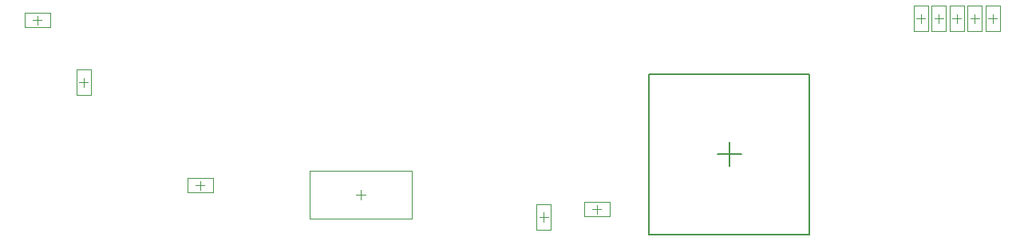
<source format=gbr>
%TF.GenerationSoftware,Altium Limited,Altium Designer,19.1.8 (144)*%
G04 Layer_Color=32768*
%FSLAX26Y26*%
%MOIN*%
%TF.FileFunction,Other,Mechanical_15*%
%TF.Part,Single*%
G01*
G75*
%TA.AperFunction,NonConductor*%
%ADD32C,0.007874*%
%ADD59C,0.003937*%
%ADD61C,0.001968*%
D32*
X5460787Y4070000D02*
X5559213D01*
X5510000Y4020787D02*
Y4119213D01*
X5175354Y4404646D02*
X5844646D01*
Y3735354D02*
Y4404646D01*
X5175354Y3735354D02*
X5844646D01*
X5175354D02*
Y4404646D01*
D59*
X3950315Y3900000D02*
X3989685D01*
X3970000Y3880315D02*
Y3919685D01*
X3300000Y3921299D02*
Y3958701D01*
X3281299Y3940000D02*
X3318701D01*
X2620000Y4611299D02*
Y4648701D01*
X2601299Y4630000D02*
X2638701D01*
X6610000Y4617874D02*
Y4655276D01*
X6591299Y4636575D02*
X6628701D01*
X6535000Y4617874D02*
Y4655276D01*
X6516299Y4636575D02*
X6553701D01*
X4735107Y3788958D02*
Y3826359D01*
X4716406Y3807658D02*
X4753808D01*
X4938201Y3840311D02*
X4975603D01*
X4956902Y3821610D02*
Y3859012D01*
X2812988Y4351034D02*
Y4388436D01*
X2794287Y4369735D02*
X2831689D01*
X6291299Y4636575D02*
X6328701D01*
X6310000Y4617874D02*
Y4655276D01*
X6366299Y4636575D02*
X6403701D01*
X6385000Y4617874D02*
Y4655276D01*
X6441299Y4636575D02*
X6478701D01*
X6460000Y4617874D02*
Y4655276D01*
D61*
X3756417Y3799606D02*
Y4000394D01*
X4183583Y3799606D02*
Y4000394D01*
X3756417D02*
X4183583D01*
X3756417Y3799606D02*
X4183583D01*
X3246850Y3969528D02*
X3353150D01*
X3246850Y3910472D02*
X3353150D01*
X3246850D02*
Y3969528D01*
X3353150Y3910472D02*
Y3969528D01*
X2566850Y4600472D02*
X2673150D01*
X2566850Y4659528D02*
X2673150D01*
Y4600472D02*
Y4659528D01*
X2566850Y4600472D02*
Y4659528D01*
X6580472Y4583425D02*
X6639528D01*
X6580472Y4689724D02*
X6639528D01*
Y4583425D02*
Y4689724D01*
X6580472Y4583425D02*
Y4689724D01*
X6505472Y4583425D02*
X6564528D01*
X6505472Y4689724D02*
X6564528D01*
Y4583425D02*
Y4689724D01*
X6505472Y4583425D02*
Y4689724D01*
X4705579Y3860808D02*
X4764635D01*
X4705579Y3754509D02*
X4764635D01*
Y3860808D01*
X4705579Y3754509D02*
Y3860808D01*
X5010052Y3810784D02*
Y3869839D01*
X4903752Y3810784D02*
Y3869839D01*
X5010052D01*
X4903752Y3810784D02*
X5010052D01*
X2783461Y4422885D02*
X2842516D01*
X2783461Y4316585D02*
X2842516D01*
Y4422885D01*
X2783461Y4316585D02*
Y4422885D01*
X6280472Y4583425D02*
Y4689724D01*
X6339528Y4583425D02*
Y4689724D01*
X6280472D02*
X6339528D01*
X6280472Y4583425D02*
X6339528D01*
X6355472D02*
Y4689724D01*
X6414528Y4583425D02*
Y4689724D01*
X6355472D02*
X6414528D01*
X6355472Y4583425D02*
X6414528D01*
X6430472D02*
Y4689724D01*
X6489528Y4583425D02*
Y4689724D01*
X6430472D02*
X6489528D01*
X6430472Y4583425D02*
X6489528D01*
%TF.MD5,bf45d56f28ab4e04474521edd250939c*%
M02*

</source>
